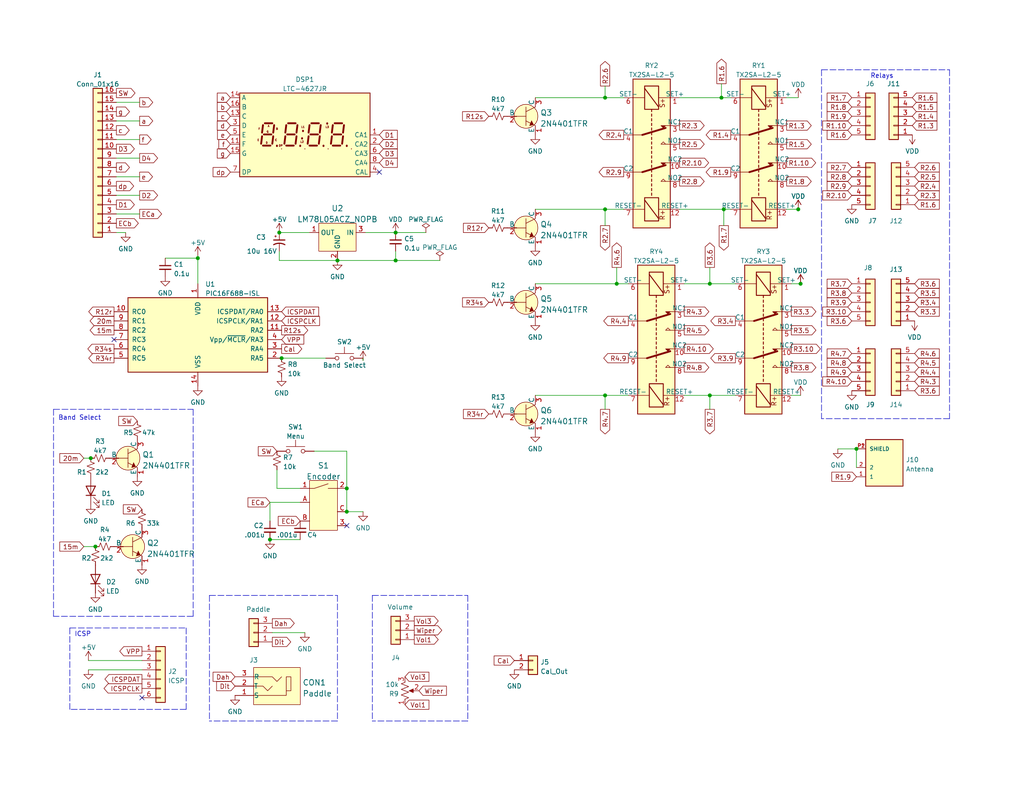
<source format=kicad_sch>
(kicad_sch (version 20211123) (generator eeschema)
  (paper "USLetter")
  (title_block (title "TriBander Latching Relay Board w/LED") (date "2023-03-01") (rev "1.0") (company "AI6XG"))
  (lib_symbols
    (symbol "+5V_1" (power) (pin_numbers hide) (pin_names (offset 0) hide)
      (property "Value" "+5V_1" (at 0 3.556 0))
      (symbol "+5V_1_1_1"
        (pin power_in line (at 0 0 90) (length 0) hide (name "+5V") (number "1"))
      )
    )
    (symbol "1-1337543-0:1-1337543-0" (pin_names (offset 1.016))
      (property "Reference" "J" (at -5.08 5.715 0))
      (property "Value" "1-1337543-0" (at -5.08 -10.16 0))
      (symbol "1-1337543-0_0_0"
        (pin passive line (at 7.62 2.54 180) (length 2.54) (name "1") (number "1"))
        (pin passive line (at 7.62 0 180) (length 2.54) (name "2") (number "2"))
        (pin passive line (at 7.62 -5.08 180) (length 2.54) (name "SHIELD") (number "P1"))
        (pin passive line (at 7.62 -5.08 180) (length 2.54) (name "SHIELD") (number "P2"))
      )
    )
    (symbol "AI6XG_Library:PIC16F688-ISL" (pin_names (offset 1.016))
      (property "Reference" "U?" (at 2.0194 12.5898 0))
      (property "Value" "PIC16F688-ISL" (at 2.0194 10.0529 0))
      (symbol "PIC16F688-ISL_1_1"
        (pin power_in line (at 0 12.7 270) (length 3.81) (name "VDD") (number "1"))
        (pin bidirectional line (at -22.86 5.08 0) (length 3.81) (name "RC0") (number "10"))
        (pin bidirectional line (at 22.86 0 180) (length 3.81) (name "RA2") (number "11"))
        (pin bidirectional line (at 22.86 2.54 180) (length 3.81) (name "ICSPCLK/RA1") (number "12"))
        (pin bidirectional line (at 22.86 5.08 180) (length 3.81) (name "ICSPDAT/RA0") (number "13"))
        (pin power_in line (at 0 -15.24 90) (length 3.81) (name "VSS") (number "14"))
        (pin bidirectional line (at 22.86 -7.62 180) (length 3.81) (name "RA5") (number "2"))
        (pin bidirectional line (at 22.86 -5.08 180) (length 3.81) (name "RA4") (number "3"))
        (pin input line (at 22.86 -2.54 180) (length 3.81) (name "Vpp/~{MCLR}/RA3") (number "4"))
        (pin bidirectional line (at -22.86 -7.62 0) (length 3.81) (name "RC5") (number "5"))
        (pin bidirectional line (at -22.86 -5.08 0) (length 3.81) (name "RC4") (number "6"))
        (pin bidirectional line (at -22.86 -2.54 0) (length 3.81) (name "RC3") (number "7"))
        (pin bidirectional line (at -22.86 0 0) (length 3.81) (name "RC2") (number "8"))
        (pin bidirectional line (at -22.86 2.54 0) (length 3.81) (name "RC1") (number "9"))
      )
    )
    (symbol "AI6XG_Library:TX2SA-L2-5" (pin_names (offset 0))
      (property "Reference" "K" (at 20.32 8.89 0))
      (property "Value" "TX2SA-L2-5" (at 25.4 6.35 0))
      (symbol "TX2SA-L2-5_1_1"
        (text "+" (at -14.351 2.921 0) (effects (font (size 1.27 1.27))))
        (text "+" (at 16.129 2.921 0) (effects (font (size 1.27 1.27))))
        (text "R" (at 17.526 2.921 0) (effects (font (size 1.27 1.27))))
        (text "S" (at -13.081 2.921 0) (effects (font (size 1.27 1.27))))
        (pin passive line (at -15.24 7.62 270) (length 2.54) (name "SET+") (number "1"))
        (pin passive line (at 2.54 7.62 270) (length 2.54) (name "NC2") (number "10"))
        (pin passive line (at 15.24 7.62 270) (length 2.54) (name "RESET+") (number "12"))
        (pin passive line (at -7.62 7.62 270) (length 2.54) (name "NC1") (number "3"))
        (pin passive line (at -5.08 -7.62 90) (length 2.54) (name "C1") (number "4"))
        (pin passive line (at -2.54 7.62 270) (length 2.54) (name "NO1") (number "5"))
        (pin passive line (at -15.24 -7.62 90) (length 2.54) (name "SET-") (number "6"))
        (pin passive line (at 15.24 -7.62 90) (length 2.54) (name "RESET-") (number "7"))
        (pin passive line (at 7.62 7.62 270) (length 2.54) (name "NO2") (number "8"))
        (pin passive line (at 5.08 -7.62 90) (length 2.54) (name "C2") (number "9"))
      )
    )
    (symbol "Conn_01x05_1" (pin_names (offset 1.016) hide)
      (property "Reference" "J" (at 0 7.62 0))
      (property "Value" "Conn_01x05_1" (at 0 -7.62 0))
      (symbol "Conn_01x05_1_1_1"
        (pin passive line (at -5.08 5.08 0) (length 3.81) (name "Pin_1") (number "1"))
        (pin passive line (at -5.08 2.54 0) (length 3.81) (name "Pin_2") (number "2"))
        (pin passive line (at -5.08 0 0) (length 3.81) (name "Pin_3") (number "3"))
        (pin passive line (at -5.08 -2.54 0) (length 3.81) (name "Pin_4") (number "4"))
        (pin passive line (at -5.08 -5.08 0) (length 3.81) (name "Pin_5") (number "5"))
      )
    )
    (symbol "Connector_Generic:Conn_01x02" (pin_names (offset 1.016) hide)
      (property "Reference" "J" (at 0 2.54 0))
      (property "Value" "Conn_01x02" (at 0 -5.08 0))
      (symbol "Conn_01x02_1_1"
        (pin passive line (at -5.08 0 0) (length 3.81) (name "Pin_1") (number "1"))
        (pin passive line (at -5.08 -2.54 0) (length 3.81) (name "Pin_2") (number "2"))
      )
    )
    (symbol "Connector_Generic:Conn_01x03" (pin_names (offset 1.016) hide)
      (property "Reference" "J" (at 0 5.08 0))
      (property "Value" "Conn_01x03" (at 0 -5.08 0))
      (symbol "Conn_01x03_1_1"
        (pin passive line (at -5.08 2.54 0) (length 3.81) (name "Pin_1") (number "1"))
        (pin passive line (at -5.08 0 0) (length 3.81) (name "Pin_2") (number "2"))
        (pin passive line (at -5.08 -2.54 0) (length 3.81) (name "Pin_3") (number "3"))
      )
    )
    (symbol "Connector_Generic:Conn_01x05" (pin_names (offset 1.016) hide)
      (property "Reference" "J" (at 0 7.62 0))
      (property "Value" "Conn_01x05" (at 0 -7.62 0))
      (symbol "Conn_01x05_1_1"
        (pin passive line (at -5.08 5.08 0) (length 3.81) (name "Pin_1") (number "1"))
        (pin passive line (at -5.08 2.54 0) (length 3.81) (name "Pin_2") (number "2"))
        (pin passive line (at -5.08 0 0) (length 3.81) (name "Pin_3") (number "3"))
        (pin passive line (at -5.08 -2.54 0) (length 3.81) (name "Pin_4") (number "4"))
        (pin passive line (at -5.08 -5.08 0) (length 3.81) (name "Pin_5") (number "5"))
      )
    )
    (symbol "Connector_Generic:Conn_01x06" (pin_names (offset 1.016) hide)
      (property "Reference" "J" (at 0 7.62 0))
      (property "Value" "Conn_01x06" (at 0 -10.16 0))
      (symbol "Conn_01x06_1_1"
        (pin passive line (at -5.08 5.08 0) (length 3.81) (name "Pin_1") (number "1"))
        (pin passive line (at -5.08 2.54 0) (length 3.81) (name "Pin_2") (number "2"))
        (pin passive line (at -5.08 0 0) (length 3.81) (name "Pin_3") (number "3"))
        (pin passive line (at -5.08 -2.54 0) (length 3.81) (name "Pin_4") (number "4"))
        (pin passive line (at -5.08 -5.08 0) (length 3.81) (name "Pin_5") (number "5"))
        (pin passive line (at -5.08 -7.62 0) (length 3.81) (name "Pin_6") (number "6"))
      )
    )
    (symbol "Connector_Generic:Conn_01x16" (pin_names (offset 1.016) hide)
      (property "Reference" "J" (at 0 20.32 0))
      (property "Value" "Conn_01x16" (at 0 -22.86 0))
      (symbol "Conn_01x16_1_1"
        (pin passive line (at -5.08 17.78 0) (length 3.81) (name "Pin_1") (number "1"))
        (pin passive line (at -5.08 -5.08 0) (length 3.81) (name "Pin_10") (number "10"))
        (pin passive line (at -5.08 -7.62 0) (length 3.81) (name "Pin_11") (number "11"))
        (pin passive line (at -5.08 -10.16 0) (length 3.81) (name "Pin_12") (number "12"))
        (pin passive line (at -5.08 -12.7 0) (length 3.81) (name "Pin_13") (number "13"))
        (pin passive line (at -5.08 -15.24 0) (length 3.81) (name "Pin_14") (number "14"))
        (pin passive line (at -5.08 -17.78 0) (length 3.81) (name "Pin_15") (number "15"))
        (pin passive line (at -5.08 -20.32 0) (length 3.81) (name "Pin_16") (number "16"))
        (pin passive line (at -5.08 15.24 0) (length 3.81) (name "Pin_2") (number "2"))
        (pin passive line (at -5.08 12.7 0) (length 3.81) (name "Pin_3") (number "3"))
        (pin passive line (at -5.08 10.16 0) (length 3.81) (name "Pin_4") (number "4"))
        (pin passive line (at -5.08 7.62 0) (length 3.81) (name "Pin_5") (number "5"))
        (pin passive line (at -5.08 5.08 0) (length 3.81) (name "Pin_6") (number "6"))
        (pin passive line (at -5.08 2.54 0) (length 3.81) (name "Pin_7") (number "7"))
        (pin passive line (at -5.08 0 0) (length 3.81) (name "Pin_8") (number "8"))
        (pin passive line (at -5.08 -2.54 0) (length 3.81) (name "Pin_9") (number "9"))
      )
    )
    (symbol "Device:C_Polarized_Small_US" (pin_numbers hide) (pin_names (offset 0.254) hide)
      (property "Reference" "C" (at 0.254 1.778 0))
      (property "Value" "C_Polarized_Small_US" (at 0.254 -2.032 0))
      (symbol "C_Polarized_Small_US_1_1"
        (pin passive line (at 0 2.54 270) (length 2.032) (name "~") (number "1"))
        (pin passive line (at 0 -2.54 90) (length 2.032) (name "~") (number "2"))
      )
    )
    (symbol "Device:C_Small" (pin_numbers hide) (pin_names (offset 0.254) hide)
      (property "Reference" "C" (at 0.254 1.778 0))
      (property "Value" "C_Small" (at 0.254 -2.032 0))
      (symbol "C_Small_1_1"
        (pin passive line (at 0 2.54 270) (length 2.032) (name "~") (number "1"))
        (pin passive line (at 0 -2.54 90) (length 2.032) (name "~") (number "2"))
      )
    )
    (symbol "Device:LED" (pin_numbers hide) (pin_names (offset 1.016) hide)
      (property "Reference" "D" (at 0 2.54 0))
      (property "Value" "LED" (at 0 -2.54 0))
      (symbol "LED_1_1"
        (pin passive line (at -3.81 0 0) (length 2.54) (name "K") (number "1"))
        (pin passive line (at 3.81 0 180) (length 2.54) (name "A") (number "2"))
      )
    )
    (symbol "Device:R_Potentiometer_US" (pin_names (offset 1.016) hide)
      (property "Reference" "RV" (at -4.445 0 90))
      (property "Value" "R_Potentiometer_US" (at -2.54 0 90))
      (symbol "R_Potentiometer_US_1_1"
        (pin passive line (at 0 3.81 270) (length 1.27) (name "1") (number "1"))
        (pin passive line (at 3.81 0 180) (length 1.27) (name "2") (number "2"))
        (pin passive line (at 0 -3.81 90) (length 1.27) (name "3") (number "3"))
      )
    )
    (symbol "Device:R_Small_US" (pin_numbers hide) (pin_names (offset 0.254) hide)
      (property "Reference" "R" (at 0.762 0.508 0))
      (property "Value" "R_Small_US" (at 0.762 -1.016 0))
      (symbol "R_Small_US_1_1"
        (pin passive line (at 0 2.54 270) (length 1.016) (name "~") (number "1"))
        (pin passive line (at 0 -2.54 90) (length 1.016) (name "~") (number "2"))
      )
    )
    (symbol "Display_Character:LTC-4627JR"
      (property "Reference" "U" (at -17.78 12.7 0))
      (property "Value" "LTC-4627JR" (at 17.78 12.7 0))
      (symbol "LTC-4627JR_1_0"
        (text "A" (at -9.906 2.413 0) (effects (font (size 0.508 0.508))))
        (text "B" (at -7.62 1.651 0) (effects (font (size 0.508 0.508))))
        (text "C" (at -7.874 -1.397 0) (effects (font (size 0.508 0.508))))
        (text "D" (at -10.414 -2.159 0) (effects (font (size 0.508 0.508))))
        (text "DP" (at -6.604 -2.921 0) (effects (font (size 0.508 0.508))))
        (text "E" (at -12.7 -1.397 0) (effects (font (size 0.508 0.508))))
        (text "F" (at -12.446 1.651 0) (effects (font (size 0.508 0.508))))
        (text "G" (at -10.16 0.889 0) (effects (font (size 0.508 0.508))))
        (text "L1" (at -0.508 2.159 0) (effects (font (size 0.508 0.508))))
        (text "L2" (at -0.762 -1.905 0) (effects (font (size 0.508 0.508))))
        (text "L3" (at 6.096 2.159 0) (effects (font (size 0.508 0.508))))
      )
      (symbol "LTC-4627JR_1_1"
        (pin input line (at 20.32 0 180) (length 2.54) (name "CA1") (number "1"))
        (pin input line (at -20.32 -2.54 0) (length 2.54) (name "F") (number "11"))
        (pin input line (at -20.32 5.08 0) (length 2.54) (name "C") (number "13"))
        (pin input line (at -20.32 10.16 0) (length 2.54) (name "A") (number "14"))
        (pin input line (at -20.32 -5.08 0) (length 2.54) (name "G") (number "15"))
        (pin input line (at -20.32 7.62 0) (length 2.54) (name "B") (number "16"))
        (pin input line (at 20.32 -2.54 180) (length 2.54) (name "CA2") (number "2"))
        (pin input line (at -20.32 2.54 0) (length 2.54) (name "D") (number "3"))
        (pin input line (at 20.32 -10.16 180) (length 2.54) (name "CAL") (number "4"))
        (pin input line (at -20.32 0 0) (length 2.54) (name "E") (number "5"))
        (pin input line (at 20.32 -5.08 180) (length 2.54) (name "CA3") (number "6"))
        (pin input line (at -20.32 -10.16 0) (length 2.54) (name "DP") (number "7"))
        (pin input line (at 20.32 -7.62 180) (length 2.54) (name "CA4") (number "8"))
        (pin no_connect line (at 17.78 7.62 180) (length 2.54) hide (name "NC") (number "9"))
      )
    )
    (symbol "GND_1" (power) (pin_numbers hide) (pin_names (offset 0) hide)
      (property "Value" "GND_1" (at 0 -3.81 0))
      (symbol "GND_1_1_1"
        (pin power_in line (at 0 0 270) (length 0) hide (name "GND") (number "1"))
      )
    )
    (symbol "GND_10" (power) (pin_numbers hide) (pin_names (offset 0) hide)
      (property "Value" "GND_10" (at 0 -3.81 0))
      (symbol "GND_10_1_1"
        (pin power_in line (at 0 0 270) (length 0) hide (name "GND") (number "1"))
      )
    )
    (symbol "GND_2" (power) (pin_numbers hide) (pin_names (offset 0) hide)
      (property "Value" "GND_2" (at 0 -3.81 0))
      (symbol "GND_2_1_1"
        (pin power_in line (at 0 0 270) (length 0) hide (name "GND") (number "1"))
      )
    )
    (symbol "GND_3" (power) (pin_numbers hide) (pin_names (offset 0) hide)
      (property "Value" "GND_3" (at 0 -3.81 0))
      (symbol "GND_3_1_1"
        (pin power_in line (at 0 0 270) (length 0) hide (name "GND") (number "1"))
      )
    )
    (symbol "GND_4" (power) (pin_numbers hide) (pin_names (offset 0) hide)
      (property "Value" "GND_4" (at 0 -3.81 0))
      (symbol "GND_4_1_1"
        (pin power_in line (at 0 0 270) (length 0) hide (name "GND") (number "1"))
      )
    )
    (symbol "GND_5" (power) (pin_numbers hide) (pin_names (offset 0) hide)
      (property "Value" "GND_5" (at 0 -3.81 0))
      (symbol "GND_5_1_1"
        (pin power_in line (at 0 0 270) (length 0) hide (name "GND") (number "1"))
      )
    )
    (symbol "GND_6" (power) (pin_numbers hide) (pin_names (offset 0) hide)
      (property "Value" "GND_6" (at 0 -3.81 0))
      (symbol "GND_6_1_1"
        (pin power_in line (at 0 0 270) (length 0) hide (name "GND") (number "1"))
      )
    )
    (symbol "GND_7" (power) (pin_numbers hide) (pin_names (offset 0) hide)
      (property "Value" "GND_7" (at 0 -3.81 0))
      (symbol "GND_7_1_1"
        (pin power_in line (at 0 0 270) (length 0) hide (name "GND") (number "1"))
      )
    )
    (symbol "GND_8" (power) (pin_numbers hide) (pin_names (offset 0) hide)
      (property "Value" "GND_8" (at 0 -3.81 0))
      (symbol "GND_8_1_1"
        (pin power_in line (at 0 0 270) (length 0) hide (name "GND") (number "1"))
      )
    )
    (symbol "GND_9" (power) (pin_numbers hide) (pin_names (offset 0) hide)
      (property "Value" "GND_9" (at 0 -3.81 0))
      (symbol "GND_9_1_1"
        (pin power_in line (at 0 0 270) (length 0) hide (name "GND") (number "1"))
      )
    )
    (symbol "Switch:SW_Push" (pin_numbers hide) (pin_names (offset 1.016) hide)
      (property "Reference" "SW" (at 1.27 2.54 0))
      (property "Value" "SW_Push" (at 0 -1.524 0))
      (symbol "SW_Push_0_1"
        (pin passive line (at -5.08 0 0) (length 2.54) (name "1") (number "1"))
        (pin passive line (at 5.08 0 180) (length 2.54) (name "2") (number "2"))
      )
    )
    (symbol "VDD_1" (power) (pin_numbers hide) (pin_names (offset 0) hide)
      (property "Value" "VDD_1" (at 0 3.81 0))
      (symbol "VDD_1_1_1"
        (pin power_in line (at 0 0 90) (length 0) hide (name "VDD") (number "1"))
      )
    )
    (symbol "VDD_2" (power) (pin_numbers hide) (pin_names (offset 0) hide)
      (property "Value" "VDD_2" (at 0 3.81 0))
      (symbol "VDD_2_1_1"
        (pin power_in line (at 0 0 90) (length 0) hide (name "VDD") (number "1"))
      )
    )
    (symbol "dk_Barrel-Audio-Connectors:SJ1-3523N" (pin_names (offset 0.0508))
      (property "Reference" "CON" (at -7.62 6.35 0))
      (property "Value" "SJ1-3523N" (at -1.27 -6.35 0))
      (symbol "SJ1-3523N_1_1"
        (pin passive line (at 10.16 -2.54 180) (length 5.08) (name "S") (number "1"))
        (pin passive line (at 10.16 0 180) (length 5.08) (name "T") (number "2"))
        (pin passive line (at 10.16 2.54 180) (length 5.08) (name "R") (number "3"))
      )
    )
    (symbol "dk_Encoders:PEC11R-4215F-S0024" (pin_names (offset 1.016) hide)
      (property "Reference" "S" (at -1.27 5.715 0))
      (property "Value" "PEC11R-4215F-S0024" (at -1.27 -9.906 0))
      (symbol "PEC11R-4215F-S0024_1_1"
        (pin bidirectional line (at -7.62 2.54 0) (length 2.54) (name "~") (number "1"))
        (pin bidirectional line (at 5.08 2.54 180) (length 2.54) (name "~") (number "2"))
        (pin unspecified line (at 5.08 -7.62 180) (length 2.54) (name "~") (number "3"))
        (pin bidirectional line (at -7.62 -1.27 0) (length 2.54) (name "CH_A") (number "A"))
        (pin bidirectional line (at -7.62 -6.35 0) (length 2.54) (name "CH_B") (number "B"))
        (pin input line (at 5.08 -3.81 180) (length 2.54) (name "COM") (number "C"))
      )
    )
    (symbol "dk_PMIC-Voltage-Regulators-Linear:LM78L05ACZ_NOPB"
      (property "Reference" "U" (at 0 3.81 0))
      (property "Value" "LM78L05ACZ_NOPB" (at 0 6.35 0))
      (symbol "LM78L05ACZ_NOPB_1_1"
        (pin power_out line (at 7.62 0 180) (length 2.54) (name "OUT") (number "1"))
        (pin power_in line (at 0 -7.62 90) (length 2.54) (name "GND") (number "2"))
        (pin power_in line (at -7.62 0 0) (length 2.54) (name "IN") (number "3"))
      )
    )
    (symbol "dk_Transistors-Bipolar-BJT-Single:2N4401TFR" (pin_names (offset 0))
      (property "Reference" "Q" (at -3.2004 4.2164 0))
      (property "Value" "2N4401TFR" (at 5.2324 0 90))
      (symbol "2N4401TFR_1_1"
        (pin passive line (at 2.54 -5.08 90) (length 2.54) (name "E") (number "1"))
        (pin input line (at -5.08 0 0) (length 2.54) (name "B") (number "2"))
        (pin passive line (at 2.54 5.08 270) (length 2.54) (name "C") (number "3"))
      )
    )
    (symbol "power:+5V" (power) (pin_numbers hide) (pin_names (offset 0) hide)
      (property "Value" "+5V" (at 0 3.556 0))
      (symbol "+5V_1_1"
        (pin power_in line (at 0 0 90) (length 0) hide (name "+5V") (number "1"))
      )
    )
    (symbol "power:GND" (power) (pin_numbers hide) (pin_names (offset 0) hide)
      (property "Value" "GND" (at 0 -3.81 0))
      (symbol "GND_1_1"
        (pin power_in line (at 0 0 270) (length 0) hide (name "GND") (number "1"))
      )
    )
    (symbol "power:PWR_FLAG" (power) (pin_numbers hide) (pin_names (offset 0) hide)
      (property "Value" "PWR_FLAG" (at 0 3.81 0))
      (symbol "PWR_FLAG_0_0"
        (pin power_out line (at 0 0 90) (length 0) (name "pwr") (number "1"))
      )
    )
  )
  (junction (at 94.615 133.35))
  (junction (at 233.68 122.555))
  (junction (at 73.66 147.32))
  (junction (at 92.075 71.12))
  (junction (at 76.2 63.5))
  (junction (at 218.44 77.47))
  (junction (at 197.485 57.15))
  (junction (at 196.85 26.67))
  (junction (at 94.615 139.7))
  (junction (at 165.1 107.95))
  (junction (at 168.275 77.47))
  (junction (at 165.1 57.15))
  (junction (at 76.835 97.79))
  (junction (at 26.035 149.225))
  (junction (at 107.95 71.12))
  (junction (at 24.765 125.095))
  (junction (at 107.95 63.5))
  (junction (at 193.675 107.95))
  (junction (at 53.975 70.485))
  (junction (at 193.675 77.47))
  (junction (at 217.805 57.15))
  (junction (at 165.1 26.67))
  (no_connect (at 38.735 190.5))
  (no_connect (at 31.115 92.71))
  (no_connect (at 103.505 46.99))
  (no_connect (at 94.615 143.51))
  (wire (pts (xy 185.42 57.15) (xy 197.485 57.15)))
  (polyline (pts (xy 224.155 19.05) (xy 259.08 19.05)))
  (wire (pts (xy 73.66 147.32) (xy 81.915 147.32)))
  (wire (pts (xy 81.915 137.16) (xy 73.66 137.16)))
  (polyline (pts (xy 57.15 162.56) (xy 57.15 196.85)))
  (wire (pts (xy 146.05 57.15) (xy 165.1 57.15)))
  (wire (pts (xy 107.95 71.12) (xy 107.95 68.58)))
  (wire (pts (xy 76.835 97.79) (xy 88.9 97.79)))
  (wire (pts (xy 146.05 77.47) (xy 168.275 77.47)))
  (wire (pts (xy 107.95 71.12) (xy 120.015 71.12)))
  (wire (pts (xy 186.69 107.95) (xy 193.675 107.95)))
  (polyline (pts (xy 127.635 162.56) (xy 127.635 196.85)))
  (wire (pts (xy 94.615 123.19) (xy 94.615 133.35)))
  (wire (pts (xy 196.85 26.67) (xy 199.39 26.67)))
  (wire (pts (xy 85.725 123.19) (xy 94.615 123.19)))
  (wire (pts (xy 94.615 139.7) (xy 99.06 139.7)))
  (polyline (pts (xy 50.8 193.675) (xy 19.05 193.675)))
  (wire (pts (xy 165.1 23.495) (xy 165.1 26.67)))
  (polyline (pts (xy 259.08 19.05) (xy 259.08 114.3)))
  (wire (pts (xy 193.675 107.95) (xy 200.66 107.95)))
  (wire (pts (xy 215.9 77.47) (xy 218.44 77.47)))
  (wire (pts (xy 99.695 63.5) (xy 107.95 63.5)))
  (polyline (pts (xy 52.705 168.275) (xy 14.605 168.275)))
  (wire (pts (xy 233.68 122.555) (xy 233.68 127.635)))
  (wire (pts (xy 31.75 43.18) (xy 38.1 43.18)))
  (polyline (pts (xy 92.075 162.56) (xy 92.075 196.85)))
  (wire (pts (xy 24.13 182.88) (xy 38.735 182.88)))
  (polyline (pts (xy 19.05 171.45) (xy 50.8 171.45)))
  (wire (pts (xy 24.13 180.34) (xy 38.735 180.34)))
  (wire (pts (xy 99.06 97.79) (xy 99.06 98.425)))
  (wire (pts (xy 165.1 57.15) (xy 165.1 61.595)))
  (polyline (pts (xy 52.705 111.76) (xy 52.705 168.275)))
  (wire (pts (xy 31.75 53.34) (xy 38.1 53.34)))
  (wire (pts (xy 193.675 107.95) (xy 193.675 111.76)))
  (wire (pts (xy 185.42 26.67) (xy 196.85 26.67)))
  (polyline (pts (xy 101.6 162.56) (xy 127.635 162.56)))
  (polyline (pts (xy 57.15 162.56) (xy 92.075 162.56)))
  (wire (pts (xy 31.75 48.26) (xy 38.1 48.26)))
  (wire (pts (xy 107.95 63.5) (xy 116.205 63.5)))
  (wire (pts (xy 165.1 107.95) (xy 165.1 111.76)))
  (wire (pts (xy 146.05 107.95) (xy 165.1 107.95)))
  (wire (pts (xy 76.2 68.58) (xy 76.2 71.12)))
  (wire (pts (xy 193.675 73.025) (xy 193.675 77.47)))
  (wire (pts (xy 228.6 122.555) (xy 233.68 122.555)))
  (wire (pts (xy 31.75 33.02) (xy 38.1 33.02)))
  (polyline (pts (xy 14.605 168.275) (xy 14.605 111.76)))
  (wire (pts (xy 168.275 73.025) (xy 168.275 77.47)))
  (wire (pts (xy 165.1 26.67) (xy 170.18 26.67)))
  (wire (pts (xy 165.1 57.15) (xy 170.18 57.15)))
  (polyline (pts (xy 224.155 19.05) (xy 224.155 114.3)))
  (wire (pts (xy 94.615 133.35) (xy 94.615 139.7)))
  (wire (pts (xy 215.9 107.95) (xy 218.44 107.95)))
  (wire (pts (xy 75.565 128.27) (xy 75.565 133.35)))
  (wire (pts (xy 214.63 26.67) (xy 217.805 26.67)))
  (wire (pts (xy 31.75 63.5) (xy 34.29 63.5)))
  (wire (pts (xy 193.675 77.47) (xy 200.66 77.47)))
  (wire (pts (xy 73.66 137.16) (xy 73.66 142.24)))
  (polyline (pts (xy 92.075 196.85) (xy 57.15 196.85)))
  (wire (pts (xy 76.2 63.5) (xy 84.455 63.5)))
  (wire (pts (xy 76.2 71.12) (xy 92.075 71.12)))
  (wire (pts (xy 53.975 69.85) (xy 53.975 70.485)))
  (polyline (pts (xy 50.8 171.45) (xy 50.8 193.675)))
  (wire (pts (xy 168.275 77.47) (xy 171.45 77.47)))
  (wire (pts (xy 196.85 22.86) (xy 196.85 26.67)))
  (wire (pts (xy 31.75 58.42) (xy 38.1 58.42)))
  (wire (pts (xy 214.63 57.15) (xy 217.805 57.15)))
  (wire (pts (xy 22.86 149.225) (xy 26.035 149.225)))
  (wire (pts (xy 53.975 70.485) (xy 53.975 77.47)))
  (polyline (pts (xy 101.6 162.56) (xy 101.6 196.85)))
  (wire (pts (xy 31.75 27.94) (xy 38.1 27.94)))
  (wire (pts (xy 92.075 71.12) (xy 107.95 71.12)))
  (polyline (pts (xy 127.635 196.85) (xy 101.6 196.85)))
  (wire (pts (xy 22.86 125.095) (xy 24.765 125.095)))
  (wire (pts (xy 31.75 38.1) (xy 38.1 38.1)))
  (wire (pts (xy 197.485 57.15) (xy 197.485 61.595)))
  (wire (pts (xy 197.485 57.15) (xy 199.39 57.15)))
  (wire (pts (xy 165.1 107.95) (xy 171.45 107.95)))
  (wire (pts (xy 146.05 26.67) (xy 165.1 26.67)))
  (wire (pts (xy 74.295 172.72) (xy 83.185 172.72)))
  (wire (pts (xy 75.565 133.35) (xy 81.915 133.35)))
  (wire (pts (xy 186.69 77.47) (xy 193.675 77.47)))
  (wire (pts (xy 45.085 70.485) (xy 53.975 70.485)))
  (polyline (pts (xy 14.605 111.76) (xy 52.705 111.76)))
  (polyline (pts (xy 259.08 114.3) (xy 224.155 114.3)))
  (polyline (pts (xy 19.05 171.45) (xy 19.05 193.675)))
  (text "Relays" (at 243.84 21.59 180) (effects (font (size 1.27 1.27)) (justify right bottom)))
  (text "Band Select" (at 15.875 114.935 0) (effects (font (size 1.27 1.27)) (justify left bottom)))
  (text "ICSP" (at 20.32 173.99 0) (effects (font (size 1.27 1.27)) (justify left bottom)))
  (global_label "R4.10" (shape input) (at 232.41 104.14 180) (property "Intersheet References" "${INTERSHEET_REFS}" (effects hide)))
  (global_label "R12s" (shape output) (at 76.835 90.17 0) (property "Intersheet References" "${INTERSHEET_REFS}" (effects hide)))
  (global_label "D2" (shape output) (at 38.1 53.34 0) (property "Intersheet References" "${INTERSHEET_REFS}" (effects hide)))
  (global_label "R3.7" (shape input) (at 232.41 77.47 180) (property "Intersheet References" "${INTERSHEET_REFS}" (effects hide)))
  (global_label "R2.3" (shape input) (at 249.555 53.34 0) (property "Intersheet References" "${INTERSHEET_REFS}" (effects hide)))
  (global_label "R1.6" (shape output) (at 196.85 22.86 90) (property "Intersheet References" "${INTERSHEET_REFS}" (effects hide)))
  (global_label "e" (shape output) (at 38.1 48.26 0) (property "Intersheet References" "${INTERSHEET_REFS}" (effects hide)))
  (global_label "15m" (shape input) (at 22.86 149.225 180) (property "Intersheet References" "${INTERSHEET_REFS}" (effects hide)))
  (global_label "R2.10" (shape input) (at 232.41 53.34 180) (property "Intersheet References" "${INTERSHEET_REFS}" (effects hide)))
  (global_label "R34s" (shape output) (at 31.115 95.25 180) (property "Intersheet References" "${INTERSHEET_REFS}" (effects hide)))
  (global_label "Vol3" (shape input) (at 110.49 184.785 0) (property "Intersheet References" "${INTERSHEET_REFS}" (effects hide)))
  (global_label "R3.8" (shape input) (at 232.41 80.01 180) (property "Intersheet References" "${INTERSHEET_REFS}" (effects hide)))
  (global_label "R3.8" (shape output) (at 215.9 100.33 0) (property "Intersheet References" "${INTERSHEET_REFS}" (effects hide)))
  (global_label "R2.6" (shape output) (at 165.1 23.495 90) (property "Intersheet References" "${INTERSHEET_REFS}" (effects hide)))
  (global_label "Dit" (shape output) (at 74.295 175.26 0) (property "Intersheet References" "${INTERSHEET_REFS}" (effects hide)))
  (global_label "Cal" (shape output) (at 76.835 95.25 0) (property "Intersheet References" "${INTERSHEET_REFS}" (effects hide)))
  (global_label "e" (shape input) (at 62.865 36.83 180) (property "Intersheet References" "${INTERSHEET_REFS}" (effects hide)))
  (global_label "R1.6" (shape input) (at 232.41 36.83 180) (property "Intersheet References" "${INTERSHEET_REFS}" (effects hide)))
  (global_label "R3.9" (shape output) (at 200.66 97.79 180) (property "Intersheet References" "${INTERSHEET_REFS}" (effects hide)))
  (global_label "R4.7" (shape output) (at 165.1 111.76 270) (property "Intersheet References" "${INTERSHEET_REFS}" (effects hide)))
  (global_label "D3" (shape input) (at 103.505 41.91 0) (property "Intersheet References" "${INTERSHEET_REFS}" (effects hide)))
  (global_label "R4.3" (shape input) (at 249.555 104.14 0) (property "Intersheet References" "${INTERSHEET_REFS}" (effects hide)))
  (global_label "Vol1" (shape output) (at 113.03 174.625 0) (property "Intersheet References" "${INTERSHEET_REFS}" (effects hide)))
  (global_label "Wiper" (shape output) (at 113.03 172.085 0) (property "Intersheet References" "${INTERSHEET_REFS}" (effects hide)))
  (global_label "D4" (shape input) (at 103.505 44.45 0) (property "Intersheet References" "${INTERSHEET_REFS}" (effects hide)))
  (global_label "a" (shape input) (at 62.865 26.67 180) (property "Intersheet References" "${INTERSHEET_REFS}" (effects hide)))
  (global_label "R1.3" (shape input) (at 248.92 34.29 0) (property "Intersheet References" "${INTERSHEET_REFS}" (effects hide)))
  (global_label "R3.6" (shape input) (at 232.41 87.63 180) (property "Intersheet References" "${INTERSHEET_REFS}" (effects hide)))
  (global_label "R3.10" (shape output) (at 215.9 95.25 0) (property "Intersheet References" "${INTERSHEET_REFS}" (effects hide)))
  (global_label "R2.8" (shape output) (at 185.42 49.53 0) (property "Intersheet References" "${INTERSHEET_REFS}" (effects hide)))
  (global_label "R1.9" (shape input) (at 233.68 130.175 180) (property "Intersheet References" "${INTERSHEET_REFS}" (effects hide)))
  (global_label "R4.5" (shape output) (at 186.69 90.17 0) (property "Intersheet References" "${INTERSHEET_REFS}" (effects hide)))
  (global_label "d" (shape output) (at 31.75 45.72 0) (property "Intersheet References" "${INTERSHEET_REFS}" (effects hide)))
  (global_label "R3.5" (shape output) (at 215.9 90.17 0) (property "Intersheet References" "${INTERSHEET_REFS}" (effects hide)))
  (global_label "R1.7" (shape output) (at 197.485 61.595 270) (property "Intersheet References" "${INTERSHEET_REFS}" (effects hide)))
  (global_label "f" (shape output) (at 38.1 38.1 0) (property "Intersheet References" "${INTERSHEET_REFS}" (effects hide)))
  (global_label "Dah" (shape output) (at 74.295 170.18 0) (property "Intersheet References" "${INTERSHEET_REFS}" (effects hide)))
  (global_label "SW" (shape output) (at 31.75 25.4 0) (property "Intersheet References" "${INTERSHEET_REFS}" (effects hide)))
  (global_label "R4.9" (shape output) (at 171.45 97.79 180) (property "Intersheet References" "${INTERSHEET_REFS}" (effects hide)))
  (global_label "Wiper" (shape input) (at 114.3 188.595 0) (property "Intersheet References" "${INTERSHEET_REFS}" (effects hide)))
  (global_label "d" (shape input) (at 62.865 34.29 180) (property "Intersheet References" "${INTERSHEET_REFS}" (effects hide)))
  (global_label "R3.6" (shape input) (at 249.555 77.47 0) (property "Intersheet References" "${INTERSHEET_REFS}" (effects hide)))
  (global_label "SW" (shape input) (at 75.565 123.19 180) (property "Intersheet References" "${INTERSHEET_REFS}" (effects hide)))
  (global_label "R1.3" (shape output) (at 214.63 34.29 0) (property "Intersheet References" "${INTERSHEET_REFS}" (effects hide)))
  (global_label "R2.5" (shape output) (at 185.42 39.37 0) (property "Intersheet References" "${INTERSHEET_REFS}" (effects hide)))
  (global_label "R1.6" (shape input) (at 248.92 26.67 0) (property "Intersheet References" "${INTERSHEET_REFS}" (effects hide)))
  (global_label "R3.6" (shape input) (at 249.555 106.68 0) (property "Intersheet References" "${INTERSHEET_REFS}" (effects hide)))
  (global_label "dp" (shape input) (at 62.865 46.99 180) (property "Intersheet References" "${INTERSHEET_REFS}" (effects hide)))
  (global_label "R2.7" (shape input) (at 232.41 45.72 180) (property "Intersheet References" "${INTERSHEET_REFS}" (effects hide)))
  (global_label "R3.4" (shape input) (at 249.555 82.55 0) (property "Intersheet References" "${INTERSHEET_REFS}" (effects hide)))
  (global_label "R2.9" (shape input) (at 232.41 50.8 180) (property "Intersheet References" "${INTERSHEET_REFS}" (effects hide)))
  (global_label "R3.4" (shape output) (at 200.66 87.63 180) (property "Intersheet References" "${INTERSHEET_REFS}" (effects hide)))
  (global_label "R1.8" (shape input) (at 232.41 29.21 180) (property "Intersheet References" "${INTERSHEET_REFS}" (effects hide)))
  (global_label "R4.8" (shape output) (at 186.69 100.33 0) (property "Intersheet References" "${INTERSHEET_REFS}" (effects hide)))
  (global_label "R12r" (shape output) (at 31.115 85.09 180) (property "Intersheet References" "${INTERSHEET_REFS}" (effects hide)))
  (global_label "R12r" (shape input) (at 133.35 62.23 180) (property "Intersheet References" "${INTERSHEET_REFS}" (effects hide)))
  (global_label "R3.9" (shape input) (at 232.41 82.55 180) (property "Intersheet References" "${INTERSHEET_REFS}" (effects hide)))
  (global_label "f" (shape input) (at 62.865 39.37 180) (property "Intersheet References" "${INTERSHEET_REFS}" (effects hide)))
  (global_label "R4.6" (shape input) (at 249.555 96.52 0) (property "Intersheet References" "${INTERSHEET_REFS}" (effects hide)))
  (global_label "R1.4" (shape output) (at 199.39 36.83 180) (property "Intersheet References" "${INTERSHEET_REFS}" (effects hide)))
  (global_label "R1.10" (shape output) (at 214.63 44.45 0) (property "Intersheet References" "${INTERSHEET_REFS}" (effects hide)))
  (global_label "R12s" (shape input) (at 133.35 31.75 180) (property "Intersheet References" "${INTERSHEET_REFS}" (effects hide)))
  (global_label "R1.4" (shape input) (at 248.92 31.75 0) (property "Intersheet References" "${INTERSHEET_REFS}" (effects hide)))
  (global_label "ICSPCLK" (shape output) (at 38.735 187.96 180) (property "Intersheet References" "${INTERSHEET_REFS}" (effects hide)))
  (global_label "ECa" (shape input) (at 73.66 137.16 180) (property "Intersheet References" "${INTERSHEET_REFS}" (effects hide)))
  (global_label "R2.4" (shape output) (at 170.18 36.83 180) (property "Intersheet References" "${INTERSHEET_REFS}" (effects hide)))
  (global_label "20m" (shape input) (at 22.86 125.095 180) (property "Intersheet References" "${INTERSHEET_REFS}" (effects hide)))
  (global_label "R1.5" (shape output) (at 214.63 39.37 0) (property "Intersheet References" "${INTERSHEET_REFS}" (effects hide)))
  (global_label "Cal" (shape input) (at 140.335 180.34 180) (property "Intersheet References" "${INTERSHEET_REFS}" (effects hide)))
  (global_label "b" (shape output) (at 38.1 27.94 0) (property "Intersheet References" "${INTERSHEET_REFS}" (effects hide)))
  (global_label "D2" (shape input) (at 103.505 39.37 0) (property "Intersheet References" "${INTERSHEET_REFS}" (effects hide)))
  (global_label "R4.7" (shape input) (at 232.41 96.52 180) (property "Intersheet References" "${INTERSHEET_REFS}" (effects hide)))
  (global_label "R1.6" (shape input) (at 249.555 55.88 0) (property "Intersheet References" "${INTERSHEET_REFS}" (effects hide)))
  (global_label "c" (shape input) (at 62.865 31.75 180) (property "Intersheet References" "${INTERSHEET_REFS}" (effects hide)))
  (global_label "R2.5" (shape input) (at 249.555 48.26 0) (property "Intersheet References" "${INTERSHEET_REFS}" (effects hide)))
  (global_label "R4.3" (shape output) (at 186.69 85.09 0) (property "Intersheet References" "${INTERSHEET_REFS}" (effects hide)))
  (global_label "R34r" (shape output) (at 31.115 97.79 180) (property "Intersheet References" "${INTERSHEET_REFS}" (effects hide)))
  (global_label "g" (shape input) (at 62.865 41.91 180) (property "Intersheet References" "${INTERSHEET_REFS}" (effects hide)))
  (global_label "D4" (shape output) (at 38.1 43.18 0) (property "Intersheet References" "${INTERSHEET_REFS}" (effects hide)))
  (global_label "15m" (shape output) (at 31.115 90.17 180) (property "Intersheet References" "${INTERSHEET_REFS}" (effects hide)))
  (global_label "R1.7" (shape input) (at 232.41 26.67 180) (property "Intersheet References" "${INTERSHEET_REFS}" (effects hide)))
  (global_label "R4.8" (shape input) (at 232.41 99.06 180) (property "Intersheet References" "${INTERSHEET_REFS}" (effects hide)))
  (global_label "ECb" (shape output) (at 31.75 60.96 0) (property "Intersheet References" "${INTERSHEET_REFS}" (effects hide)))
  (global_label "Dah" (shape input) (at 64.135 184.785 180) (property "Intersheet References" "${INTERSHEET_REFS}" (effects hide)))
  (global_label "Vol3" (shape output) (at 113.03 169.545 0) (property "Intersheet References" "${INTERSHEET_REFS}" (effects hide)))
  (global_label "D3" (shape output) (at 31.75 40.64 0) (property "Intersheet References" "${INTERSHEET_REFS}" (effects hide)))
  (global_label "D1" (shape output) (at 31.75 55.88 0) (property "Intersheet References" "${INTERSHEET_REFS}" (effects hide)))
  (global_label "R4.10" (shape output) (at 186.69 95.25 0) (property "Intersheet References" "${INTERSHEET_REFS}" (effects hide)))
  (global_label "R2.4" (shape input) (at 249.555 50.8 0) (property "Intersheet References" "${INTERSHEET_REFS}" (effects hide)))
  (global_label "R2.7" (shape output) (at 165.1 61.595 270) (property "Intersheet References" "${INTERSHEET_REFS}" (effects hide)))
  (global_label "R4.6" (shape output) (at 168.275 73.025 90) (property "Intersheet References" "${INTERSHEET_REFS}" (effects hide)))
  (global_label "VPP" (shape input) (at 76.835 92.71 0) (property "Intersheet References" "${INTERSHEET_REFS}" (effects hide)))
  (global_label "c" (shape output) (at 31.75 35.56 0) (property "Intersheet References" "${INTERSHEET_REFS}" (effects hide)))
  (global_label "ICSPDAT" (shape input) (at 76.835 85.09 0) (property "Intersheet References" "${INTERSHEET_REFS}" (effects hide)))
  (global_label "g" (shape output) (at 31.75 30.48 0) (property "Intersheet References" "${INTERSHEET_REFS}" (effects hide)))
  (global_label "dp" (shape output) (at 31.75 50.8 0) (property "Intersheet References" "${INTERSHEET_REFS}" (effects hide)))
  (global_label "VPP" (shape output) (at 38.735 177.8 180) (property "Intersheet References" "${INTERSHEET_REFS}" (effects hide)))
  (global_label "R1.8" (shape output) (at 214.63 49.53 0) (property "Intersheet References" "${INTERSHEET_REFS}" (effects hide)))
  (global_label "R1.10" (shape input) (at 232.41 34.29 180) (property "Intersheet References" "${INTERSHEET_REFS}" (effects hide)))
  (global_label "R3.5" (shape input) (at 249.555 80.01 0) (property "Intersheet References" "${INTERSHEET_REFS}" (effects hide)))
  (global_label "Dit" (shape input) (at 64.135 187.325 180) (property "Intersheet References" "${INTERSHEET_REFS}" (effects hide)))
  (global_label "ECa" (shape output) (at 38.1 58.42 0) (property "Intersheet References" "${INTERSHEET_REFS}" (effects hide)))
  (global_label "SW" (shape input) (at 38.735 139.065 180) (property "Intersheet References" "${INTERSHEET_REFS}" (effects hide)))
  (global_label "R3.7" (shape output) (at 193.675 111.76 270) (property "Intersheet References" "${INTERSHEET_REFS}" (effects hide)))
  (global_label "R4.4" (shape output) (at 171.45 87.63 180) (property "Intersheet References" "${INTERSHEET_REFS}" (effects hide)))
  (global_label "SW" (shape input) (at 37.465 114.935 180) (property "Intersheet References" "${INTERSHEET_REFS}" (effects hide)))
  (global_label "R1.5" (shape input) (at 248.92 29.21 0) (property "Intersheet References" "${INTERSHEET_REFS}" (effects hide)))
  (global_label "ICSPDAT" (shape output) (at 38.735 185.42 180) (property "Intersheet References" "${INTERSHEET_REFS}" (effects hide)))
  (global_label "20m" (shape output) (at 31.115 87.63 180) (property "Intersheet References" "${INTERSHEET_REFS}" (effects hide)))
  (global_label "R3.3" (shape input) (at 249.555 85.09 0) (property "Intersheet References" "${INTERSHEET_REFS}" (effects hide)))
  (global_label "R3.3" (shape output) (at 215.9 85.09 0) (property "Intersheet References" "${INTERSHEET_REFS}" (effects hide)))
  (global_label "a" (shape output) (at 38.1 33.02 0) (property "Intersheet References" "${INTERSHEET_REFS}" (effects hide)))
  (global_label "R4.9" (shape input) (at 232.41 101.6 180) (property "Intersheet References" "${INTERSHEET_REFS}" (effects hide)))
  (global_label "ICSPCLK" (shape input) (at 76.835 87.63 0) (property "Intersheet References" "${INTERSHEET_REFS}" (effects hide)))
  (global_label "D1" (shape input) (at 103.505 36.83 0) (property "Intersheet References" "${INTERSHEET_REFS}" (effects hide)))
  (global_label "R2.6" (shape input) (at 249.555 45.72 0) (property "Intersheet References" "${INTERSHEET_REFS}" (effects hide)))
  (global_label "R2.9" (shape output) (at 170.18 46.99 180) (property "Intersheet References" "${INTERSHEET_REFS}" (effects hide)))
  (global_label "R1.9" (shape input) (at 232.41 31.75 180) (property "Intersheet References" "${INTERSHEET_REFS}" (effects hide)))
  (global_label "Vol1" (shape input) (at 110.49 192.405 0) (property "Intersheet References" "${INTERSHEET_REFS}" (effects hide)))
  (global_label "b" (shape input) (at 62.865 29.21 180) (property "Intersheet References" "${INTERSHEET_REFS}" (effects hide)))
  (global_label "R1.9" (shape output) (at 199.39 46.99 180) (property "Intersheet References" "${INTERSHEET_REFS}" (effects hide)))
  (global_label "R34r" (shape input) (at 133.35 113.03 180) (property "Intersheet References" "${INTERSHEET_REFS}" (effects hide)))
  (global_label "R4.4" (shape input) (at 249.555 101.6 0) (property "Intersheet References" "${INTERSHEET_REFS}" (effects hide)))
  (global_label "ECb" (shape input) (at 81.915 142.24 180) (property "Intersheet References" "${INTERSHEET_REFS}" (effects hide)))
  (global_label "R2.10" (shape output) (at 185.42 44.45 0) (property "Intersheet References" "${INTERSHEET_REFS}" (effects hide)))
  (global_label "R2.3" (shape output) (at 185.42 34.29 0) (property "Intersheet References" "${INTERSHEET_REFS}" (effects hide)))
  (global_label "R34s" (shape input) (at 133.35 82.55 180) (property "Intersheet References" "${INTERSHEET_REFS}" (effects hide)))
  (global_label "R2.8" (shape input) (at 232.41 48.26 180) (property "Intersheet References" "${INTERSHEET_REFS}" (effects hide)))
  (global_label "R3.10" (shape input) (at 232.41 85.09 180) (property "Intersheet References" "${INTERSHEET_REFS}" (effects hide)))
  (global_label "R3.6" (shape output) (at 193.675 73.025 90) (property "Intersheet References" "${INTERSHEET_REFS}" (effects hide)))
  (global_label "R4.5" (shape input) (at 249.555 99.06 0) (property "Intersheet References" "${INTERSHEET_REFS}" (effects hide)))
  (symbol (lib_id "dk_Barrel-Audio-Connectors:SJ1-3523N") (at 74.295 187.325 0) (mirror y) (unit 1)
    (property "Reference" "CON1" (at 82.55 186.3488 0) (effects (font (size 1.524 1.524)) (justify right)))
    (property "Value" "Paddle" (at 82.55 189.3422 0) (effects (font (size 1.524 1.524)) (justify right)))
    (property "Footprint" "CUI_SJ1-3523:CUI_SJ1-3513N round pin" (effects hide))
    (property "Datasheet" "https://www.cui.com/product/resource/digikeypdf/sj1-352xn_series.pdf" (effects hide))
    (property "Digi-Key_PN" "CP1-3523N-ND" (effects hide))
    (property "MPN" "SJ1-3523N" (effects hide))
    (property "Category" "Connectors, Interconnects" (effects hide))
    (property "Family" "Barrel - Audio Connectors" (effects hide))
    (property "DK_Datasheet_Link" "https://www.cui.com/product/resource/digikeypdf/sj1-352xn_series.pdf" (effects hide))
    (property "DK_Detail_Page" "/product-detail/en/cui-inc/SJ1-3523N/CP1-3523N-ND/738689" (effects hide))
    (property "Description" "CONN JACK STEREO 3.5MM R/A" (effects hide))
    (property "Manufacturer" "CUI Inc." (effects hide))
    (property "Status" "Active" (effects hide))
  )
  (symbol (lib_name "VDD_2") (lib_id "power:VDD") (at 217.805 26.67 0) (unit 1)
    (property "Reference" "#PWR025" (effects hide))
    (property "Value" "VDD" (at 217.805 23.0942 0))
  )
  (symbol (lib_id "Switch:SW_Push") (at 93.98 97.79 0) (unit 1)
    (property "Reference" "SW2" (at 93.98 93.345 0))
    (property "Value" "Band Select" (at 93.98 99.695 0))
    (property "Footprint" "Button_Switch_THT:SW_PUSH_6mm" (effects hide))
  )
  (symbol (lib_id "Device:R_Small_US") (at 76.835 100.33 180) (unit 1)
    (property "Reference" "R8" (at 78.486 99.4953 0) (effects (justify right)))
    (property "Value" "10k" (at 78.486 102.0322 0) (effects (justify right)))
    (property "Footprint" "AI6XG:R THT .25W minP" (effects hide))
  )
  (symbol (lib_id "Device:R_Small_US") (at 135.89 31.75 90) (unit 1)
    (property "Reference" "R10" (at 135.89 27.1612 90))
    (property "Value" "4k7" (at 135.89 29.6981 90))
    (property "Footprint" "AI6XG:R THT .25W minP" (effects hide))
  )
  (symbol (lib_id "Device:C_Small") (at 81.915 144.78 0) (unit 1)
    (property "Reference" "C4" (at 83.82 146.05 0) (effects (justify left)))
    (property "Value" ".001u" (at 75.565 146.05 0) (effects (justify left)))
    (property "Footprint" "Capacitor_THT:C_Disc_D3.4mm_W2.1mm_P2.50mm" (effects hide))
  )
  (symbol (lib_id "Device:C_Small") (at 107.95 66.04 0) (unit 1)
    (property "Reference" "C5" (at 110.2741 65.2116 0) (effects (justify left)))
    (property "Value" "0.1u" (at 110.2741 67.7485 0) (effects (justify left)))
    (property "Footprint" "Capacitor_THT:C_Rect_L4.0mm_W2.5mm_P2.50mm" (effects hide))
  )
  (symbol (lib_id "Connector_Generic:Conn_01x06") (at 43.815 182.88 0) (unit 1)
    (property "Reference" "J2" (at 45.847 183.3153 0) (effects (justify left)))
    (property "Value" "ICSP" (at 45.847 185.8522 0) (effects (justify left)))
    (property "Footprint" "Connector_PinHeader_2.54mm:PinHeader_1x06_P2.54mm_Vertical" (effects hide))
  )
  (symbol (lib_id "Switch:SW_Push") (at 80.645 123.19 0) (unit 1)
    (property "Reference" "SW1" (at 80.645 116.5692 0))
    (property "Value" "Menu" (at 80.645 119.1061 0))
    (property "Footprint" "Button_Switch_THT:SW_PUSH_6mm" (effects hide))
  )
  (symbol (lib_name "VDD_1") (lib_id "power:VDD") (at 217.805 57.15 0) (unit 1)
    (property "Reference" "#PWR026" (effects hide))
    (property "Value" "VDD" (at 217.805 53.5742 0))
  )
  (symbol (lib_id "dk_Encoders:PEC11R-4215F-S0024") (at 89.535 135.89 0) (unit 1)
    (property "Reference" "S1" (at 88.265 127.1069 0) (effects (font (size 1.524 1.524))))
    (property "Value" "Encoder" (at 88.265 130.1003 0) (effects (font (size 1.524 1.524))))
    (property "Footprint" "digikey-footprints:Rotary_Encoder_Switched_PEC11R" (effects hide))
    (property "Datasheet" "https://www.bourns.com/docs/Product-Datasheets/PEC11R.pdf" (effects hide))
    (property "Digi-Key_PN" "PEC11R-4215F-S0024-ND" (effects hide))
    (property "MPN" "PEC11R-4215F-S0024" (effects hide))
    (property "Category" "Sensors, Transducers" (effects hide))
    (property "Family" "Encoders" (effects hide))
    (property "DK_Datasheet_Link" "https://www.bourns.com/docs/Product-Datasheets/PEC11R.pdf" (effects hide))
    (property "DK_Detail_Page" "/product-detail/en/bourns-inc/PEC11R-4215F-S0024/PEC11R-4215F-S0024-ND/4499665" (effects hide))
    (property "Description" "ROTARY ENCODER MECHANICAL 24PPR" (effects hide))
    (property "Manufacturer" "Bourns Inc." (effects hide))
    (property "Status" "Active" (effects hide))
  )
  (symbol (lib_name "GND_2") (lib_id "power:GND") (at 24.13 182.88 0) (unit 1)
    (property "Reference" "#PWR02" (effects hide))
    (property "Value" "GND" (at 24.13 187.3234 0))
  )
  (symbol (lib_name "VDD_1") (lib_id "power:VDD") (at 249.555 87.63 180) (unit 1)
    (property "Reference" "#PWR035" (effects hide))
    (property "Value" "VDD" (at 249.555 92.0734 0))
  )
  (symbol (lib_id "Connector_Generic:Conn_01x05") (at 237.49 31.75 0) (unit 1)
    (property "Reference" "J6" (at 236.22 22.86 0) (effects (justify left)))
    (property "Value" "Conn_01x05" (effects hide))
    (property "Footprint" "Connector_PinHeader_2.54mm:PinHeader_1x05_P2.54mm_Vertical" (effects hide))
  )
  (symbol (lib_name "GND_9") (lib_id "power:GND") (at 228.6 122.555 0) (unit 1)
    (property "Reference" "#PWR031" (effects hide))
    (property "Value" "GND" (at 228.6 126.9984 0))
  )
  (symbol (lib_name "GND_2") (lib_id "power:GND") (at 140.335 182.88 0) (unit 1)
    (property "Reference" "#PWR020" (effects hide))
    (property "Value" "GND" (at 140.335 187.3234 0))
  )
  (symbol (lib_id "Connector_Generic:Conn_01x05") (at 244.475 82.55 180) (unit 1)
    (property "Reference" "J13" (at 244.475 74.295 0) (effects (justify top)))
    (property "Value" "Conn_01x05" (effects hide))
    (property "Footprint" "Connector_PinHeader_2.54mm:PinHeader_1x05_P2.54mm_Vertical" (effects hide))
  )
  (symbol (lib_id "Device:C_Small") (at 73.66 144.78 0) (unit 1)
    (property "Reference" "C2" (at 69.215 143.51 0) (effects (justify left)))
    (property "Value" ".001u" (at 66.675 146.05 0) (effects (justify left)))
    (property "Footprint" "Capacitor_THT:C_Disc_D3.4mm_W2.1mm_P2.50mm" (effects hide))
  )
  (symbol (lib_name "VDD_2") (lib_id "power:VDD") (at 107.95 63.5 0) (unit 1)
    (property "Reference" "#PWR019" (effects hide))
    (property "Value" "VDD" (at 107.95 59.9242 0))
  )
  (symbol (lib_name "GND_6") (lib_id "power:GND") (at 76.835 102.87 0) (unit 1)
    (property "Reference" "#PWR014" (effects hide))
    (property "Value" "GND" (at 76.835 107.3134 0))
  )
  (symbol (lib_name "VDD_1") (lib_id "power:VDD") (at 218.44 107.95 0) (unit 1)
    (property "Reference" "#PWR030" (effects hide))
    (property "Value" "VDD" (at 218.44 104.3742 0))
  )
  (symbol (lib_name "VDD_1") (lib_id "power:VDD") (at 218.44 77.47 0) (unit 1)
    (property "Reference" "#PWR028" (effects hide))
    (property "Value" "VDD" (at 218.44 73.8942 0))
  )
  (symbol (lib_name "GND_10") (lib_id "power:GND") (at 146.05 87.63 0) (unit 1)
    (property "Reference" "#PWR023" (effects hide))
    (property "Value" "GND" (at 146.05 92.0734 0))
  )
  (symbol (lib_id "Device:C_Small") (at 45.085 73.025 0) (unit 1)
    (property "Reference" "C1" (at 47.4091 72.1966 0) (effects (justify left)))
    (property "Value" "0.1u" (at 47.4091 74.7335 0) (effects (justify left)))
    (property "Footprint" "Capacitor_THT:C_Rect_L4.0mm_W2.5mm_P2.50mm" (effects hide))
  )
  (symbol (lib_id "AI6XG_Library:TX2SA-L2-5") (at 177.8 41.91 270) (unit 1)
    (property "Reference" "RY2" (at 177.8 17.8902 90))
    (property "Value" "TX2SA-L2-5" (at 177.8 20.4271 90))
    (property "Footprint" "Relay_SMD:Relay_DPDT_Kemet_EE2_NU_DoubleCoil" (effects hide))
  )
  (symbol (lib_id "Connector_Generic:Conn_01x02") (at 145.415 180.34 0) (unit 1)
    (property "Reference" "J5" (at 147.447 180.7753 0) (effects (justify left)))
    (property "Value" "Cal_Out" (at 147.447 183.3122 0) (effects (justify left)))
    (property "Footprint" "Connector_PinHeader_2.54mm:PinHeader_1x02_P2.54mm_Vertical" (effects hide))
  )
  (symbol (lib_name "VDD_1") (lib_id "power:VDD") (at 217.805 57.15 0) (unit 1)
    (property "Reference" "#PWR027" (effects hide))
    (property "Value" "VDD" (at 217.805 53.5742 0))
  )
  (symbol (lib_name "GND_5") (lib_id "power:GND") (at 53.975 105.41 0) (unit 1)
    (property "Reference" "#PWR010" (effects hide))
    (property "Value" "GND" (at 53.975 109.8534 0))
  )
  (symbol (lib_id "1-1337543-0:1-1337543-0") (at 241.3 127.635 180) (unit 1)
    (property "Reference" "J10" (at 247.142 125.5303 0) (effects (justify right)))
    (property "Value" "Antenna" (at 247.142 128.0672 0) (effects (justify right)))
    (property "Footprint" "AI6XG:CONN_1-1337543-0" (effects hide))
    (property "TE_PN" "1-1337543-0" (effects hide))
    (property "MANUFACTURER" "TE CONNECTIVITY" (effects hide))
  )
  (symbol (lib_id "dk_Transistors-Bipolar-BJT-Single:2N4401TFR") (at 143.51 62.23 0) (unit 1)
    (property "Reference" "Q4" (at 147.3962 61.2538 0) (effects (font (size 1.524 1.524)) (justify left)))
    (property "Value" "2N4401TFR" (at 147.3962 64.2472 0) (effects (font (size 1.524 1.524)) (justify left)))
    (property "Footprint" "digikey-footprints:TO-92-3_Formed_Leads" (effects hide))
    (property "Datasheet" "https://www.onsemi.com/pub/Collateral/MMBT4401-D.PDF" (effects hide))
    (property "Digi-Key_PN" "2N4401D26ZCT-ND" (effects hide))
    (property "MPN" "2N4401TFR" (effects hide))
    (property "Category" "Discrete Semiconductor Products" (effects hide))
    (property "Family" "Transistors - Bipolar (BJT) - Single" (effects hide))
    (property "DK_Datasheet_Link" "https://www.onsemi.com/pub/Collateral/MMBT4401-D.PDF" (effects hide))
    (property "DK_Detail_Page" "/product-detail/en/on-semiconductor/2N4401TFR/2N4401D26ZCT-ND/458923" (effects hide))
    (property "Description" "TRANS NPN 40V 0.6A TO-92" (effects hide))
    (property "Manufacturer" "ON Semiconductor" (effects hide))
    (property "Status" "Active" (effects hide))
  )
  (symbol (lib_id "Device:R_Small_US") (at 38.735 141.605 0) (unit 1)
    (property "Reference" "R6" (at 34.29 142.875 0) (effects (justify left)))
    (property "Value" "33k" (at 40.005 142.875 0) (effects (justify left)))
    (property "Footprint" "AI6XG:R THT .25W minP" (effects hide))
  )
  (symbol (lib_id "AI6XG_Library:PIC16F688-ISL") (at 53.975 90.17 0) (unit 1)
    (property "Reference" "U1" (at 55.9944 77.5802 0) (effects (justify left)))
    (property "Value" "PIC16F688-ISL" (at 55.9944 80.1171 0) (effects (justify left)))
    (property "Footprint" "Package_SO:SOIC-14_3.9x8.7mm_P1.27mm" (effects hide))
  )
  (symbol (lib_name "GND_4") (lib_id "power:GND") (at 99.06 139.7 0) (unit 1)
    (property "Reference" "#PWR018" (effects hide))
    (property "Value" "GND" (at 99.06 144.1434 0))
  )
  (symbol (lib_id "power:PWR_FLAG") (at 116.205 63.5 0) (unit 1)
    (property "Reference" "#FLG01" (effects hide))
    (property "Value" "PWR_FLAG" (at 116.205 59.9242 0))
  )
  (symbol (lib_name "GND_4") (lib_id "power:GND") (at 73.66 147.32 0) (unit 1)
    (property "Reference" "#PWR012" (effects hide))
    (property "Value" "GND" (at 73.66 151.7634 0))
  )
  (symbol (lib_id "dk_Transistors-Bipolar-BJT-Single:2N4401TFR") (at 36.195 149.225 0) (unit 1)
    (property "Reference" "Q2" (at 40.0812 148.2488 0) (effects (font (size 1.524 1.524)) (justify left)))
    (property "Value" "2N4401TFR" (at 40.0812 151.2422 0) (effects (font (size 1.524 1.524)) (justify left)))
    (property "Footprint" "digikey-footprints:TO-92-3_Formed_Leads" (effects hide))
    (property "Datasheet" "https://www.onsemi.com/pub/Collateral/MMBT4401-D.PDF" (effects hide))
    (property "Digi-Key_PN" "2N4401D26ZCT-ND" (effects hide))
    (property "MPN" "2N4401TFR" (effects hide))
    (property "Category" "Discrete Semiconductor Products" (effects hide))
    (property "Family" "Transistors - Bipolar (BJT) - Single" (effects hide))
    (property "DK_Datasheet_Link" "https://www.onsemi.com/pub/Collateral/MMBT4401-D.PDF" (effects hide))
    (property "DK_Detail_Page" "/product-detail/en/on-semiconductor/2N4401TFR/2N4401D26ZCT-ND/458923" (effects hide))
    (property "Description" "TRANS NPN 40V 0.6A TO-92" (effects hide))
    (property "Manufacturer" "ON Semiconductor" (effects hide))
    (property "Status" "Active" (effects hide))
  )
  (symbol (lib_name "GND_2") (lib_id "power:GND") (at 64.135 189.865 0) (unit 1)
    (property "Reference" "#PWR011" (effects hide))
    (property "Value" "GND" (at 64.135 194.3084 0))
  )
  (symbol (lib_id "dk_Transistors-Bipolar-BJT-Single:2N4401TFR") (at 143.51 82.55 0) (unit 1)
    (property "Reference" "Q5" (at 147.3962 81.5738 0) (effects (font (size 1.524 1.524)) (justify left)))
    (property "Value" "2N4401TFR" (at 147.3962 84.5672 0) (effects (font (size 1.524 1.524)) (justify left)))
    (property "Footprint" "digikey-footprints:TO-92-3_Formed_Leads" (effects hide))
    (property "Datasheet" "https://www.onsemi.com/pub/Collateral/MMBT4401-D.PDF" (effects hide))
    (property "Digi-Key_PN" "2N4401D26ZCT-ND" (effects hide))
    (property "MPN" "2N4401TFR" (effects hide))
    (property "Category" "Discrete Semiconductor Products" (effects hide))
    (property "Family" "Transistors - Bipolar (BJT) - Single" (effects hide))
    (property "DK_Datasheet_Link" "https://www.onsemi.com/pub/Collateral/MMBT4401-D.PDF" (effects hide))
    (property "DK_Detail_Page" "/product-detail/en/on-semiconductor/2N4401TFR/2N4401D26ZCT-ND/458923" (effects hide))
    (property "Description" "TRANS NPN 40V 0.6A TO-92" (effects hide))
    (property "Manufacturer" "ON Semiconductor" (effects hide))
    (property "Status" "Active" (effects hide))
  )
  (symbol (lib_name "VDD_1") (lib_id "power:VDD") (at 218.44 77.47 0) (unit 1)
    (property "Reference" "#PWR029" (effects hide))
    (property "Value" "VDD" (at 218.44 73.8942 0))
  )
  (symbol (lib_id "Connector_Generic:Conn_01x05") (at 237.49 82.55 0) (unit 1)
    (property "Reference" "J8" (at 236.855 72.39 0) (effects (justify top)))
    (property "Value" "Conn_01x05" (effects hide))
    (property "Footprint" "Connector_PinHeader_2.54mm:PinHeader_1x05_P2.54mm_Vertical" (effects hide))
  )
  (symbol (lib_id "power:+5V") (at 24.13 180.34 0) (unit 1)
    (property "Reference" "#PWR01" (effects hide))
    (property "Value" "+5V" (at 24.13 176.7642 0))
  )
  (symbol (lib_id "Connector_Generic:Conn_01x05") (at 244.475 50.8 180) (unit 1)
    (property "Reference" "J12" (at 244.475 60.325 0))
    (property "Value" "Conn_01x05" (effects hide))
    (property "Footprint" "Connector_PinHeader_2.54mm:PinHeader_1x05_P2.54mm_Vertical" (effects hide))
  )
  (symbol (lib_name "GND_5") (lib_id "power:GND") (at 45.085 75.565 0) (unit 1)
    (property "Reference" "#PWR08" (effects hide))
    (property "Value" "GND" (at 45.085 80.0084 0))
  )
  (symbol (lib_id "AI6XG_Library:TX2SA-L2-5") (at 207.01 41.91 270) (unit 1)
    (property "Reference" "RY1" (at 207.01 17.8902 90))
    (property "Value" "TX2SA-L2-5" (at 207.01 20.4271 90))
    (property "Footprint" "Relay_SMD:Relay_DPDT_Kemet_EE2_NU_DoubleCoil" (effects hide))
  )
  (symbol (lib_id "Device:R_Small_US") (at 26.035 151.765 180) (unit 1)
    (property "Reference" "R2" (at 22.225 152.4 0) (effects (justify right)))
    (property "Value" "2k2" (at 27.305 152.4 0) (effects (justify right)))
    (property "Footprint" "AI6XG:R THT .25W minP" (effects hide))
  )
  (symbol (lib_id "Connector_Generic:Conn_01x16") (at 26.67 45.72 180) (unit 1)
    (property "Reference" "J1" (at 26.67 20.4302 0))
    (property "Value" "Conn_01x16" (at 26.67 22.9671 0))
    (property "Footprint" "Connector_PinHeader_2.54mm:PinHeader_1x16_P2.54mm_Vertical" (effects hide))
  )
  (symbol (lib_name "GND_4") (lib_id "power:GND") (at 37.465 130.175 0) (unit 1)
    (property "Reference" "#PWR06" (effects hide))
    (property "Value" "GND" (at 37.465 134.6184 0))
  )
  (symbol (lib_id "Connector_Generic:Conn_01x05") (at 243.84 31.75 180) (unit 1)
    (property "Reference" "J11" (at 243.84 22.86 0))
    (property "Value" "Conn_01x05" (effects hide))
    (property "Footprint" "Connector_PinHeader_2.54mm:PinHeader_1x05_P2.54mm_Vertical" (effects hide))
  )
  (symbol (lib_name "GND_8") (lib_id "power:GND") (at 146.05 36.83 0) (unit 1)
    (property "Reference" "#PWR021" (effects hide))
    (property "Value" "GND" (at 146.05 41.2734 0))
  )
  (symbol (lib_id "Device:LED") (at 24.765 133.985 90) (unit 1)
    (property "Reference" "D1" (at 27.686 134.7378 90) (effects (justify right)))
    (property "Value" "LED" (at 27.686 137.2747 90) (effects (justify right)))
    (property "Footprint" "LED_THT:LED_D3.0mm" (effects hide))
  )
  (symbol (lib_id "dk_Transistors-Bipolar-BJT-Single:2N4401TFR") (at 143.51 113.03 0) (unit 1)
    (property "Reference" "Q6" (at 147.3962 112.0538 0) (effects (font (size 1.524 1.524)) (justify left)))
    (property "Value" "2N4401TFR" (at 147.3962 115.0472 0) (effects (font (size 1.524 1.524)) (justify left)))
    (property "Footprint" "digikey-footprints:TO-92-3_Formed_Leads" (effects hide))
    (property "Datasheet" "https://www.onsemi.com/pub/Collateral/MMBT4401-D.PDF" (effects hide))
    (property "Digi-Key_PN" "2N4401D26ZCT-ND" (effects hide))
    (property "MPN" "2N4401TFR" (effects hide))
    (property "Category" "Discrete Semiconductor Products" (effects hide))
    (property "Family" "Transistors - Bipolar (BJT) - Single" (effects hide))
    (property "DK_Datasheet_Link" "https://www.onsemi.com/pub/Collateral/MMBT4401-D.PDF" (effects hide))
    (property "DK_Detail_Page" "/product-detail/en/on-semiconductor/2N4401TFR/2N4401D26ZCT-ND/458923" (effects hide))
    (property "Description" "TRANS NPN 40V 0.6A TO-92" (effects hide))
    (property "Manufacturer" "ON Semiconductor" (effects hide))
    (property "Status" "Active" (effects hide))
  )
  (symbol (lib_name "GND_2") (lib_id "power:GND") (at 26.035 161.925 0) (unit 1)
    (property "Reference" "#PWR04" (effects hide))
    (property "Value" "GND" (at 26.035 166.3684 0))
  )
  (symbol (lib_id "power:+5V") (at 53.975 69.85 0) (unit 1)
    (property "Reference" "#PWR09" (effects hide))
    (property "Value" "+5V" (at 53.975 66.2742 0))
  )
  (symbol (lib_id "Device:R_Small_US") (at 27.305 125.095 90) (unit 1)
    (property "Reference" "R3" (at 27.305 120.5062 90))
    (property "Value" "4k7" (at 27.305 123.0431 90))
    (property "Footprint" "AI6XG:R THT .25W minP" (effects hide))
  )
  (symbol (lib_id "dk_Transistors-Bipolar-BJT-Single:2N4401TFR") (at 34.925 125.095 0) (unit 1)
    (property "Reference" "Q1" (at 38.8112 124.1188 0) (effects (font (size 1.524 1.524)) (justify left)))
    (property "Value" "2N4401TFR" (at 38.8112 127.1122 0) (effects (font (size 1.524 1.524)) (justify left)))
    (property "Footprint" "digikey-footprints:TO-92-3_Formed_Leads" (effects hide))
    (property "Datasheet" "https://www.onsemi.com/pub/Collateral/MMBT4401-D.PDF" (effects hide))
    (property "Digi-Key_PN" "2N4401D26ZCT-ND" (effects hide))
    (property "MPN" "2N4401TFR" (effects hide))
    (property "Category" "Discrete Semiconductor Products" (effects hide))
    (property "Family" "Transistors - Bipolar (BJT) - Single" (effects hide))
    (property "DK_Datasheet_Link" "https://www.onsemi.com/pub/Collateral/MMBT4401-D.PDF" (effects hide))
    (property "DK_Detail_Page" "/product-detail/en/on-semiconductor/2N4401TFR/2N4401D26ZCT-ND/458923" (effects hide))
    (property "Description" "TRANS NPN 40V 0.6A TO-92" (effects hide))
    (property "Manufacturer" "ON Semiconductor" (effects hide))
    (property "Status" "Active" (effects hide))
  )
  (symbol (lib_name "GND_7") (lib_id "power:GND") (at 146.05 118.11 0) (unit 1)
    (property "Reference" "#PWR024" (effects hide))
    (property "Value" "GND" (at 146.05 122.5534 0))
  )
  (symbol (lib_name "GND_9") (lib_id "power:GND") (at 146.05 67.31 0) (unit 1)
    (property "Reference" "#PWR022" (effects hide))
    (property "Value" "GND" (at 146.05 71.7534 0))
  )
  (symbol (lib_id "AI6XG_Library:TX2SA-L2-5") (at 179.07 92.71 270) (unit 1)
    (property "Reference" "RY4" (at 179.07 68.6902 90))
    (property "Value" "TX2SA-L2-5" (at 179.07 71.2271 90))
    (property "Footprint" "Relay_SMD:Relay_DPDT_Kemet_EE2_NU_DoubleCoil" (effects hide))
  )
  (symbol (lib_id "dk_PMIC-Voltage-Regulators-Linear:LM78L05ACZ_NOPB") (at 92.075 63.5 0) (mirror y) (unit 1)
    (property "Reference" "U2" (at 92.075 56.8759 0) (effects (font (size 1.524 1.524))))
    (property "Value" "LM78L05ACZ_NOPB" (at 92.075 59.8693 0) (effects (font (size 1.524 1.524))))
    (property "Footprint" "digikey-footprints:TO-92-3" (effects hide))
    (property "Datasheet" "http://www.ti.com/general/docs/suppproductinfo.tsp?distId=10&gotoUrl=http%3A%2F%2Fwww.ti.com%2Flit%2Fgpn%2Flm78l" (effects hide))
    (property "Digi-Key_PN" "LM78L05ACZNS/NOPB-ND" (effects hide))
    (property "MPN" "LM78L05ACZ/NOPB" (effects hide))
    (property "Category" "Integrated Circuits (ICs)" (effects hide))
    (property "Family" "PMIC - Voltage Regulators - Linear" (effects hide))
    (property "DK_Datasheet_Link" "http://www.ti.com/general/docs/suppproductinfo.tsp?distId=10&gotoUrl=http%3A%2F%2Fwww.ti.com%2Flit%2Fgpn%2Flm78l" (effects hide))
    (property "DK_Detail_Page" "/product-detail/en/texas-instruments/LM78L05ACZ-NOPB/LM78L05ACZNS-NOPB-ND/6333" (effects hide))
    (property "Description" "IC REG LINEAR 5V 100MA TO92-3" (effects hide))
    (property "Manufacturer" "Texas Instruments" (effects hide))
    (property "Status" "Active" (effects hide))
  )
  (symbol (lib_id "Device:R_Small_US") (at 135.89 82.55 90) (unit 1)
    (property "Reference" "R12" (at 135.89 77.9612 90))
    (property "Value" "4k7" (at 135.89 80.4981 90))
    (property "Footprint" "AI6XG:R THT .25W minP" (effects hide))
  )
  (symbol (lib_name "GND_1") (lib_id "power:GND") (at 24.765 137.795 0) (unit 1)
    (property "Reference" "#PWR03" (effects hide))
    (property "Value" "GND" (at 24.765 142.2384 0))
  )
  (symbol (lib_name "VDD_1") (lib_id "power:VDD") (at 248.92 36.83 180) (unit 1)
    (property "Reference" "#PWR034" (effects hide))
    (property "Value" "VDD" (at 248.92 41.2734 0))
  )
  (symbol (lib_id "Device:R_Small_US") (at 28.575 149.225 90) (unit 1)
    (property "Reference" "R4" (at 28.575 144.6362 90))
    (property "Value" "4k7" (at 28.575 147.1731 90))
    (property "Footprint" "AI6XG:R THT .25W minP" (effects hide))
  )
  (symbol (lib_id "Display_Character:LTC-4627JR") (at 83.185 36.83 0) (unit 1)
    (property "Reference" "DSP1" (at 83.185 21.7002 0))
    (property "Value" "LTC-4627JR" (at 83.185 24.2371 0))
    (property "Footprint" "Display_7Segment:LTC-4627Jx" (effects hide))
    (property "Datasheet" "http://optoelectronics.liteon.com/upload/download/DS30-2000-185/LTC-4627JR.pdf" (effects hide))
  )
  (symbol (lib_name "GND_9") (lib_id "power:GND") (at 92.075 71.12 0) (unit 1)
    (property "Reference" "#PWR016" (effects hide))
    (property "Value" "GND" (at 92.075 75.5634 0))
  )
  (symbol (lib_name "GND_2") (lib_id "power:GND") (at 83.185 172.72 0) (unit 1)
    (property "Reference" "#PWR015" (effects hide))
    (property "Value" "GND" (at 83.185 177.1634 0))
  )
  (symbol (lib_id "AI6XG_Library:TX2SA-L2-5") (at 208.28 92.71 270) (unit 1)
    (property "Reference" "RY3" (at 208.28 68.6902 90))
    (property "Value" "TX2SA-L2-5" (at 208.28 71.2271 90))
    (property "Footprint" "Relay_SMD:Relay_DPDT_Kemet_EE2_NU_DoubleCoil" (effects hide))
  )
  (symbol (lib_name "GND_3") (lib_id "power:GND") (at 38.735 154.305 0) (unit 1)
    (property "Reference" "#PWR07" (effects hide))
    (property "Value" "GND" (at 38.735 158.7484 0))
  )
  (symbol (lib_id "Device:R_Potentiometer_US") (at 110.49 188.595 0) (mirror x) (unit 1)
    (property "Reference" "R9" (at 108.839 189.4297 0) (effects (justify right)))
    (property "Value" "10k" (at 108.839 186.8928 0) (effects (justify right)))
    (property "Footprint" "Potentiometer_THT:Potentiometer_Bourns_PTV09A-1_Single_Vertical" (effects hide))
  )
  (symbol (lib_id "Connector_Generic:Conn_01x05") (at 237.49 101.6 0) (unit 1)
    (property "Reference" "J9" (at 237.49 110.49 0))
    (property "Value" "Conn_01x05" (effects hide))
    (property "Footprint" "Connector_PinHeader_2.54mm:PinHeader_1x05_P2.54mm_Vertical" (effects hide))
  )
  (symbol (lib_name "+5V_1") (lib_id "power:+5V") (at 76.2 63.5 0) (unit 1)
    (property "Reference" "#PWR013" (effects hide))
    (property "Value" "+5V" (at 76.2 59.9242 0))
  )
  (symbol (lib_id "Device:LED") (at 26.035 158.115 90) (unit 1)
    (property "Reference" "D2" (at 28.956 158.8678 90) (effects (justify right)))
    (property "Value" "LED" (at 28.956 161.4047 90) (effects (justify right)))
    (property "Footprint" "LED_THT:LED_D3.0mm" (effects hide))
  )
  (symbol (lib_id "Device:C_Polarized_Small_US") (at 76.2 66.04 0) (unit 1)
    (property "Reference" "C3" (at 69.85 64.77 0) (effects (justify left)))
    (property "Value" "10u 16V" (at 67.31 68.58 0) (effects (justify left)))
    (property "Footprint" "Capacitor_THT:CP_Radial_D6.3mm_P2.50mm" (effects hide))
  )
  (symbol (lib_id "Device:R_Small_US") (at 75.565 125.73 0) (unit 1)
    (property "Reference" "R7" (at 77.216 124.8953 0) (effects (justify left)))
    (property "Value" "10k" (at 77.216 127.4322 0) (effects (justify left)))
    (property "Footprint" "AI6XG:R THT .25W minP" (effects hide))
  )
  (symbol (lib_id "dk_Transistors-Bipolar-BJT-Single:2N4401TFR") (at 143.51 31.75 0) (unit 1)
    (property "Reference" "Q3" (at 147.3962 30.7738 0) (effects (font (size 1.524 1.524)) (justify left)))
    (property "Value" "2N4401TFR" (at 147.3962 33.7672 0) (effects (font (size 1.524 1.524)) (justify left)))
    (property "Footprint" "digikey-footprints:TO-92-3_Formed_Leads" (effects hide))
    (property "Datasheet" "https://www.onsemi.com/pub/Collateral/MMBT4401-D.PDF" (effects hide))
    (property "Digi-Key_PN" "2N4401D26ZCT-ND" (effects hide))
    (property "MPN" "2N4401TFR" (effects hide))
    (property "Category" "Discrete Semiconductor Products" (effects hide))
    (property "Family" "Transistors - Bipolar (BJT) - Single" (effects hide))
    (property "DK_Datasheet_Link" "https://www.onsemi.com/pub/Collateral/MMBT4401-D.PDF" (effects hide))
    (property "DK_Detail_Page" "/product-detail/en/on-semiconductor/2N4401TFR/2N4401D26ZCT-ND/458923" (effects hide))
    (property "Description" "TRANS NPN 40V 0.6A TO-92" (effects hide))
    (property "Manufacturer" "ON Semiconductor" (effects hide))
    (property "Status" "Active" (effects hide))
  )
  (symbol (lib_id "power:+5V") (at 99.06 98.425 0) (unit 1)
    (property "Reference" "#PWR017" (effects hide))
    (property "Value" "+5V" (at 99.06 94.8492 0))
  )
  (symbol (lib_id "Connector_Generic:Conn_01x05") (at 244.475 101.6 180) (unit 1)
    (property "Reference" "J14" (at 244.475 110.49 0))
    (property "Value" "Conn_01x05" (effects hide))
    (property "Footprint" "Connector_PinHeader_2.54mm:PinHeader_1x05_P2.54mm_Vertical" (effects hide))
  )
  (symbol (lib_name "Conn_01x05_1") (lib_id "Connector_Generic:Conn_01x05") (at 237.49 50.8 0) (unit 1)
    (property "Reference" "J7" (at 236.855 60.325 0) (effects (justify left)))
    (property "Value" "Conn_01x05" (effects hide))
    (property "Footprint" "Connector_PinHeader_2.54mm:PinHeader_1x05_P2.54mm_Vertical" (effects hide))
  )
  (symbol (lib_id "power:PWR_FLAG") (at 120.015 71.12 0) (unit 1)
    (property "Reference" "#FLG02" (effects hide))
    (property "Value" "PWR_FLAG" (at 120.015 67.5442 0))
  )
  (symbol (lib_name "GND_9") (lib_id "power:GND") (at 232.41 106.68 0) (unit 1)
    (property "Reference" "#PWR033" (effects hide))
    (property "Value" "GND" (at 232.41 111.1234 0))
  )
  (symbol (lib_id "Device:R_Small_US") (at 135.89 113.03 90) (unit 1)
    (property "Reference" "R13" (at 135.89 108.4412 90))
    (property "Value" "4k7" (at 135.89 110.9781 90))
    (property "Footprint" "AI6XG:R THT .25W minP" (effects hide))
  )
  (symbol (lib_id "Connector_Generic:Conn_01x03") (at 107.95 172.085 180) (unit 1)
    (property "Reference" "J4" (at 107.95 179.5948 0))
    (property "Value" "Volume" (at 109.22 165.735 0))
    (property "Footprint" "Connector_PinHeader_2.54mm:PinHeader_1x03_P2.54mm_Vertical" (effects hide))
  )
  (symbol (lib_name "GND_9") (lib_id "power:GND") (at 232.41 55.88 0) (unit 1)
    (property "Reference" "#PWR032" (effects hide))
    (property "Value" "GND" (at 232.41 60.3234 0))
  )
  (symbol (lib_id "Device:R_Small_US") (at 135.89 62.23 90) (unit 1)
    (property "Reference" "R11" (at 135.89 57.6412 90))
    (property "Value" "4k7" (at 135.89 60.1781 90))
    (property "Footprint" "AI6XG:R THT .25W minP" (effects hide))
  )
  (symbol (lib_id "power:GND") (at 34.29 63.5 0) (unit 1)
    (property "Reference" "#PWR05" (effects hide))
    (property "Value" "GND" (at 34.29 67.9434 0))
  )
  (symbol (lib_id "Device:R_Small_US") (at 24.765 127.635 180) (unit 1)
    (property "Reference" "R1" (at 20.955 128.905 0) (effects (justify right)))
    (property "Value" "2k2" (at 26.035 128.905 0) (effects (justify right)))
    (property "Footprint" "AI6XG:R THT .25W minP" (effects hide))
  )
  (symbol (lib_id "Connector_Generic:Conn_01x03") (at 69.215 172.72 180) (unit 1)
    (property "Reference" "J3" (at 69.215 180.2298 0))
    (property "Value" "Paddle" (at 70.485 166.37 0))
    (property "Footprint" "Connector_PinHeader_2.54mm:PinHeader_1x03_P2.54mm_Vertical" (effects hide))
  )
  (symbol (lib_id "Device:R_Small_US") (at 37.465 117.475 0) (unit 1)
    (property "Reference" "R5" (at 33.655 118.11 0) (effects (justify left)))
    (property "Value" "47k" (at 38.735 118.11 0) (effects (justify left)))
    (property "Footprint" "AI6XG:R THT .25W minP" (effects hide))
  )
)
</source>
